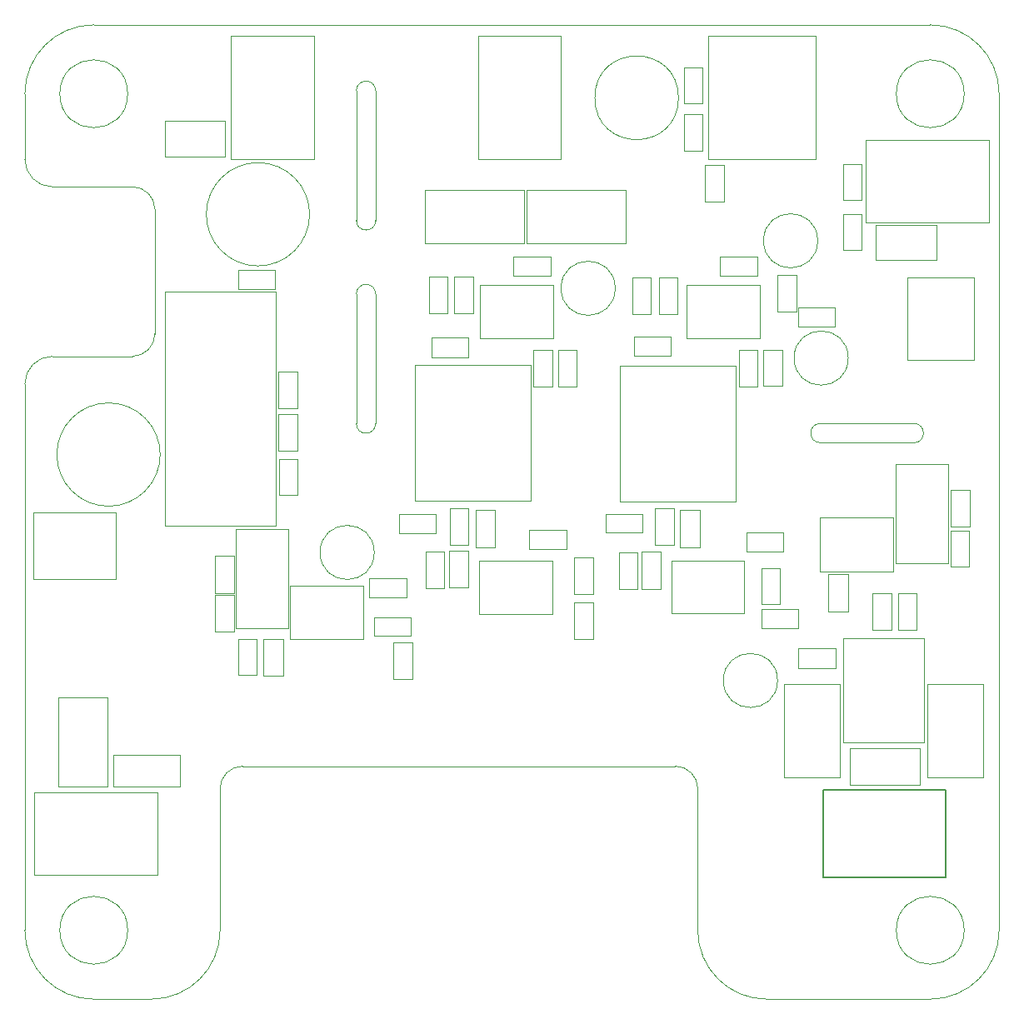
<source format=gbr>
G04 #@! TF.GenerationSoftware,KiCad,Pcbnew,7.0.7+dfsg-1*
G04 #@! TF.CreationDate,2024-09-28T12:18:31+02:00*
G04 #@! TF.ProjectId,evo-cube-sensor,65766f2d-6375-4626-952d-73656e736f72,rev?*
G04 #@! TF.SameCoordinates,Original*
G04 #@! TF.FileFunction,Other,User*
%FSLAX46Y46*%
G04 Gerber Fmt 4.6, Leading zero omitted, Abs format (unit mm)*
G04 Created by KiCad (PCBNEW 7.0.7+dfsg-1) date 2024-09-28 12:18:31*
%MOMM*%
%LPD*%
G01*
G04 APERTURE LIST*
%ADD10C,0.050000*%
%ADD11C,0.152400*%
%ADD12C,0.100000*%
G04 #@! TA.AperFunction,Profile*
%ADD13C,0.100000*%
G04 #@! TD*
G04 APERTURE END LIST*
D10*
X99351875Y-86982675D02*
X99351875Y-92382675D01*
X99351875Y-92382675D02*
X106751875Y-92382675D01*
X106751875Y-86982675D02*
X99351875Y-86982675D01*
X106751875Y-92382675D02*
X106751875Y-86982675D01*
X47877400Y-45945200D02*
X54027400Y-45945200D01*
X54027400Y-45945200D02*
X54027400Y-42345200D01*
X47877400Y-42345200D02*
X47877400Y-45945200D01*
X54027400Y-42345200D02*
X47877400Y-42345200D01*
X117286600Y-88413100D02*
X117286600Y-92173100D01*
X115326600Y-88413100D02*
X117286600Y-88413100D01*
X117286600Y-92173100D02*
X115326600Y-92173100D01*
X115326600Y-92173100D02*
X115326600Y-88413100D01*
X113984200Y-46183200D02*
X113984200Y-33683200D01*
X113984200Y-33683200D02*
X103084200Y-33683200D01*
X103084200Y-46183200D02*
X113984200Y-46183200D01*
X103084200Y-33683200D02*
X103084200Y-46183200D01*
X98110000Y-61946400D02*
X98110000Y-58246400D01*
X100010000Y-61946400D02*
X98110000Y-61946400D01*
X98110000Y-58246400D02*
X100010000Y-58246400D01*
X100010000Y-58246400D02*
X100010000Y-61946400D01*
X108077400Y-58053800D02*
X104317400Y-58053800D01*
X108077400Y-56093800D02*
X108077400Y-58053800D01*
X104317400Y-58053800D02*
X104317400Y-56093800D01*
X104317400Y-56093800D02*
X108077400Y-56093800D01*
X100264400Y-85645300D02*
X100264400Y-81885300D01*
X102224400Y-85645300D02*
X100264400Y-85645300D01*
X100264400Y-81885300D02*
X102224400Y-81885300D01*
X102224400Y-81885300D02*
X102224400Y-85645300D01*
X95946000Y-86178600D02*
X95946000Y-89878600D01*
X94046000Y-86178600D02*
X95946000Y-86178600D01*
X95946000Y-89878600D02*
X94046000Y-89878600D01*
X94046000Y-89878600D02*
X94046000Y-86178600D01*
X117329400Y-66426400D02*
G75*
G03*
X117329400Y-66426400I-2750000J0D01*
G01*
X84907900Y-83906800D02*
X88667900Y-83906800D01*
X84907900Y-85866800D02*
X84907900Y-83906800D01*
X88667900Y-83906800D02*
X88667900Y-85866800D01*
X88667900Y-85866800D02*
X84907900Y-85866800D01*
X104713600Y-46786400D02*
X104713600Y-50546400D01*
X102753600Y-46786400D02*
X104713600Y-46786400D01*
X104713600Y-50546400D02*
X102753600Y-50546400D01*
X102753600Y-50546400D02*
X102753600Y-46786400D01*
X110149600Y-61717800D02*
X110149600Y-58017800D01*
X112049600Y-61717800D02*
X110149600Y-61717800D01*
X110149600Y-58017800D02*
X112049600Y-58017800D01*
X112049600Y-58017800D02*
X112049600Y-61717800D01*
X72868400Y-94650600D02*
X69168400Y-94650600D01*
X72868400Y-92750600D02*
X72868400Y-94650600D01*
X69168400Y-94650600D02*
X69168400Y-92750600D01*
X69168400Y-92750600D02*
X72868400Y-92750600D01*
X115962800Y-63205400D02*
X112262800Y-63205400D01*
X115962800Y-61305400D02*
X115962800Y-63205400D01*
X112262800Y-63205400D02*
X112262800Y-61305400D01*
X112262800Y-61305400D02*
X115962800Y-61305400D01*
X73297200Y-80966400D02*
X73297200Y-67166400D01*
X85097200Y-80966400D02*
X73297200Y-80966400D01*
X73297200Y-67166400D02*
X85097200Y-67166400D01*
X85097200Y-67166400D02*
X85097200Y-80966400D01*
X100913800Y-58996600D02*
X100913800Y-64396600D01*
X100913800Y-64396600D02*
X108313800Y-64396600D01*
X108313800Y-58996600D02*
X100913800Y-58996600D01*
X108313800Y-64396600D02*
X108313800Y-58996600D01*
X124606400Y-109800000D02*
X124606400Y-106100000D01*
X124606400Y-106100000D02*
X117506400Y-106100000D01*
X117506400Y-109800000D02*
X124606400Y-109800000D01*
X117506400Y-106100000D02*
X117506400Y-109800000D01*
X119114200Y-52663200D02*
X131614200Y-52663200D01*
X131614200Y-52663200D02*
X131614200Y-44263200D01*
X119114200Y-44263200D02*
X119114200Y-52663200D01*
X131614200Y-44263200D02*
X119114200Y-44263200D01*
X87823000Y-69287000D02*
X87823000Y-65587000D01*
X89723000Y-69287000D02*
X87823000Y-69287000D01*
X87823000Y-65587000D02*
X89723000Y-65587000D01*
X89723000Y-65587000D02*
X89723000Y-69287000D01*
X74279600Y-49344600D02*
X74279600Y-54744600D01*
X74279600Y-54744600D02*
X84379600Y-54744600D01*
X84379600Y-49344600D02*
X74279600Y-49344600D01*
X84379600Y-54744600D02*
X84379600Y-49344600D01*
X91399400Y-91259800D02*
X91399400Y-94959800D01*
X89499400Y-91259800D02*
X91399400Y-91259800D01*
X91399400Y-94959800D02*
X89499400Y-94959800D01*
X89499400Y-94959800D02*
X89499400Y-91259800D01*
X114224688Y-54508400D02*
G75*
G03*
X114224688Y-54508400I-2750000J0D01*
G01*
D11*
X114771800Y-110324900D02*
X114771800Y-119189500D01*
X114771800Y-119189500D02*
X127268600Y-119189500D01*
X127268600Y-110324900D02*
X114771800Y-110324900D01*
X127268600Y-119189500D02*
X127268600Y-110324900D01*
D10*
X97292200Y-58246400D02*
X97292200Y-61946400D01*
X95392200Y-58246400D02*
X97292200Y-58246400D01*
X97292200Y-61946400D02*
X95392200Y-61946400D01*
X95392200Y-61946400D02*
X95392200Y-58246400D01*
X59421200Y-71530700D02*
X59421200Y-67770700D01*
X61381200Y-71530700D02*
X59421200Y-71530700D01*
X59421200Y-67770700D02*
X61381200Y-67770700D01*
X61381200Y-67770700D02*
X61381200Y-71530700D01*
X59451200Y-75849600D02*
X59451200Y-72149600D01*
X61351200Y-75849600D02*
X59451200Y-75849600D01*
X59451200Y-72149600D02*
X61351200Y-72149600D01*
X61351200Y-72149600D02*
X61351200Y-75849600D01*
X55315350Y-98658800D02*
X55315350Y-94958800D01*
X57215350Y-98658800D02*
X55315350Y-98658800D01*
X55315350Y-94958800D02*
X57215350Y-94958800D01*
X57215350Y-94958800D02*
X57215350Y-98658800D01*
X91399400Y-86678400D02*
X91399400Y-90378400D01*
X89499400Y-86678400D02*
X91399400Y-86678400D01*
X91399400Y-90378400D02*
X89499400Y-90378400D01*
X89499400Y-90378400D02*
X89499400Y-86678400D01*
X60459600Y-83789200D02*
X55059600Y-83789200D01*
X55059600Y-83789200D02*
X55059600Y-93889200D01*
X60459600Y-93889200D02*
X60459600Y-83789200D01*
X55059600Y-93889200D02*
X60459600Y-93889200D01*
X42098600Y-100945800D02*
X37098600Y-100945800D01*
X37098600Y-100945800D02*
X37098600Y-109975800D01*
X42098600Y-109975800D02*
X42098600Y-100945800D01*
X37098600Y-109975800D02*
X42098600Y-109975800D01*
X112271500Y-95946400D02*
X116031500Y-95946400D01*
X112271500Y-97906400D02*
X112271500Y-95946400D01*
X116031500Y-95946400D02*
X116031500Y-97906400D01*
X116031500Y-97906400D02*
X112271500Y-97906400D01*
X42686817Y-106781800D02*
X42686817Y-109981800D01*
X42686817Y-109981800D02*
X49446817Y-109981800D01*
X49446817Y-106781800D02*
X42686817Y-106781800D01*
X49446817Y-109981800D02*
X49446817Y-106781800D01*
X123362600Y-66638600D02*
X130112600Y-66638600D01*
X130112600Y-66638600D02*
X130112600Y-58238600D01*
X123362600Y-58238600D02*
X123362600Y-66638600D01*
X130112600Y-58238600D02*
X123362600Y-58238600D01*
X100081600Y-39979600D02*
G75*
G03*
X100081600Y-39979600I-4250000J0D01*
G01*
X129605900Y-83932750D02*
X129605900Y-87632750D01*
X127705900Y-83932750D02*
X129605900Y-83932750D01*
X129605900Y-87632750D02*
X127705900Y-87632750D01*
X127705900Y-87632750D02*
X127705900Y-83932750D01*
X85359200Y-69287000D02*
X85359200Y-65587000D01*
X87259200Y-69287000D02*
X85359200Y-69287000D01*
X85359200Y-65587000D02*
X87259200Y-65587000D01*
X87259200Y-65587000D02*
X87259200Y-69287000D01*
X108506400Y-91953800D02*
X112206400Y-91953800D01*
X108506400Y-93853800D02*
X108506400Y-91953800D01*
X112206400Y-91953800D02*
X112206400Y-93853800D01*
X112206400Y-93853800D02*
X108506400Y-93853800D01*
X76642000Y-58170200D02*
X76642000Y-61870200D01*
X74742000Y-58170200D02*
X76642000Y-58170200D01*
X76642000Y-61870200D02*
X74742000Y-61870200D01*
X74742000Y-61870200D02*
X74742000Y-58170200D01*
X116779000Y-50389400D02*
X116779000Y-46689400D01*
X118679000Y-50389400D02*
X116779000Y-50389400D01*
X116779000Y-46689400D02*
X118679000Y-46689400D01*
X118679000Y-46689400D02*
X118679000Y-50389400D01*
X87071600Y-58053800D02*
X83311600Y-58053800D01*
X87071600Y-56093800D02*
X87071600Y-58053800D01*
X83311600Y-58053800D02*
X83311600Y-56093800D01*
X83311600Y-56093800D02*
X87071600Y-56093800D01*
X126290400Y-52886200D02*
X120140400Y-52886200D01*
X120140400Y-52886200D02*
X120140400Y-56486200D01*
X126290400Y-56486200D02*
X126290400Y-52886200D01*
X120140400Y-56486200D02*
X126290400Y-56486200D01*
X78750200Y-81700000D02*
X78750200Y-85400000D01*
X76850200Y-81700000D02*
X78750200Y-81700000D01*
X78750200Y-85400000D02*
X76850200Y-85400000D01*
X76850200Y-85400000D02*
X76850200Y-81700000D01*
X69171000Y-86176800D02*
G75*
G03*
X69171000Y-86176800I-2750000J0D01*
G01*
X59106200Y-59400000D02*
X55346200Y-59400000D01*
X59106200Y-57440000D02*
X59106200Y-59400000D01*
X55346200Y-59400000D02*
X55346200Y-57440000D01*
X55346200Y-57440000D02*
X59106200Y-57440000D01*
X78715000Y-66334200D02*
X74955000Y-66334200D01*
X78715000Y-64374200D02*
X78715000Y-66334200D01*
X74955000Y-66334200D02*
X74955000Y-64374200D01*
X74955000Y-64374200D02*
X78715000Y-64374200D01*
X99318300Y-66232600D02*
X95558300Y-66232600D01*
X99318300Y-64272600D02*
X99318300Y-66232600D01*
X95558300Y-66232600D02*
X95558300Y-64272600D01*
X95558300Y-64272600D02*
X99318300Y-64272600D01*
X102550000Y-41650800D02*
X102550000Y-45350800D01*
X100650000Y-41650800D02*
X102550000Y-41650800D01*
X102550000Y-45350800D02*
X100650000Y-45350800D01*
X100650000Y-45350800D02*
X100650000Y-41650800D01*
X129114200Y-124569200D02*
G75*
G03*
X129114200Y-124569200I-3450000J0D01*
G01*
X94099800Y-80991800D02*
X94099800Y-67191800D01*
X105899800Y-80991800D02*
X94099800Y-80991800D01*
X94099800Y-67191800D02*
X105899800Y-67191800D01*
X105899800Y-67191800D02*
X105899800Y-80991800D01*
X75424400Y-84211200D02*
X71724400Y-84211200D01*
X75424400Y-82311200D02*
X75424400Y-84211200D01*
X71724400Y-84211200D02*
X71724400Y-82311200D01*
X71724400Y-82311200D02*
X75424400Y-82311200D01*
D12*
X59140200Y-59702600D02*
X59140200Y-83502600D01*
X47940200Y-59702600D02*
X59140200Y-59702600D01*
X59140200Y-83502600D02*
X47940200Y-83502600D01*
X47940200Y-83502600D02*
X47940200Y-59702600D01*
D10*
X68677300Y-88809000D02*
X72437300Y-88809000D01*
X68677300Y-90769000D02*
X68677300Y-88809000D01*
X72437300Y-88809000D02*
X72437300Y-90769000D01*
X72437300Y-90769000D02*
X68677300Y-90769000D01*
X96352800Y-89887100D02*
X96352800Y-86127100D01*
X98312800Y-89887100D02*
X96352800Y-89887100D01*
X96352800Y-86127100D02*
X98312800Y-86127100D01*
X98312800Y-86127100D02*
X98312800Y-89887100D01*
X44114200Y-39569200D02*
G75*
G03*
X44114200Y-39569200I-3450000J0D01*
G01*
X79461800Y-85645300D02*
X79461800Y-81885300D01*
X81421800Y-85645300D02*
X79461800Y-85645300D01*
X79461800Y-81885300D02*
X81421800Y-81885300D01*
X81421800Y-81885300D02*
X81421800Y-85645300D01*
X110147113Y-99187000D02*
G75*
G03*
X110147113Y-99187000I-2750000J0D01*
G01*
X106238000Y-69287000D02*
X106238000Y-65587000D01*
X108138000Y-69287000D02*
X106238000Y-69287000D01*
X106238000Y-65587000D02*
X108138000Y-65587000D01*
X108138000Y-65587000D02*
X108138000Y-69287000D01*
X127520500Y-77182750D02*
X122120500Y-77182750D01*
X122120500Y-77182750D02*
X122120500Y-87282750D01*
X127520500Y-87282750D02*
X127520500Y-77182750D01*
X122120500Y-87282750D02*
X127520500Y-87282750D01*
X116839400Y-105488400D02*
X124989400Y-105488400D01*
X124989400Y-105488400D02*
X124989400Y-94938400D01*
X116839400Y-94938400D02*
X116839400Y-105488400D01*
X124989400Y-94938400D02*
X116839400Y-94938400D01*
X84652800Y-49370000D02*
X84652800Y-54770000D01*
X84652800Y-54770000D02*
X94752800Y-54770000D01*
X94752800Y-49370000D02*
X84652800Y-49370000D01*
X94752800Y-54770000D02*
X94752800Y-49370000D01*
X73009800Y-95314400D02*
X73009800Y-99014400D01*
X71109800Y-95314400D02*
X73009800Y-95314400D01*
X73009800Y-99014400D02*
X71109800Y-99014400D01*
X71109800Y-99014400D02*
X71109800Y-95314400D01*
X110779600Y-109032000D02*
X116499600Y-109032000D01*
X116499600Y-109032000D02*
X116499600Y-99532000D01*
X110779600Y-99532000D02*
X110779600Y-109032000D01*
X116499600Y-99532000D02*
X110779600Y-99532000D01*
X121757000Y-90318100D02*
X121757000Y-94078100D01*
X119797000Y-90318100D02*
X121757000Y-90318100D01*
X121757000Y-94078100D02*
X119797000Y-94078100D01*
X119797000Y-94078100D02*
X119797000Y-90318100D01*
X96388800Y-84160400D02*
X92688800Y-84160400D01*
X96388800Y-82260400D02*
X96388800Y-84160400D01*
X92688800Y-84160400D02*
X92688800Y-82260400D01*
X92688800Y-82260400D02*
X96388800Y-82260400D01*
X42929600Y-88879800D02*
X42929600Y-82129800D01*
X42929600Y-82129800D02*
X34529600Y-82129800D01*
X34529600Y-88879800D02*
X42929600Y-88879800D01*
X34529600Y-82129800D02*
X34529600Y-88879800D01*
X62597877Y-51816000D02*
G75*
G03*
X62597877Y-51816000I-5250000J0D01*
G01*
X77307400Y-61870200D02*
X77307400Y-58170200D01*
X79207400Y-61870200D02*
X77307400Y-61870200D01*
X77307400Y-58170200D02*
X79207400Y-58170200D01*
X79207400Y-58170200D02*
X79207400Y-61870200D01*
X79840600Y-87063600D02*
X79840600Y-92463600D01*
X79840600Y-92463600D02*
X87240600Y-92463600D01*
X87240600Y-87063600D02*
X79840600Y-87063600D01*
X87240600Y-92463600D02*
X87240600Y-87063600D01*
X93650688Y-59334400D02*
G75*
G03*
X93650688Y-59334400I-2750000J0D01*
G01*
X63016200Y-46183200D02*
X63016200Y-33683200D01*
X63016200Y-33683200D02*
X54616200Y-33683200D01*
X54616200Y-46183200D02*
X63016200Y-46183200D01*
X54616200Y-33683200D02*
X54616200Y-46183200D01*
X59476600Y-80370400D02*
X59476600Y-76670400D01*
X61376600Y-80370400D02*
X59476600Y-80370400D01*
X59476600Y-76670400D02*
X61376600Y-76670400D01*
X61376600Y-76670400D02*
X61376600Y-80370400D01*
X110740500Y-86095400D02*
X106980500Y-86095400D01*
X110740500Y-84135400D02*
X110740500Y-86095400D01*
X106980500Y-86095400D02*
X106980500Y-84135400D01*
X106980500Y-84135400D02*
X110740500Y-84135400D01*
X102524600Y-36868600D02*
X102524600Y-40568600D01*
X100624600Y-36868600D02*
X102524600Y-36868600D01*
X102524600Y-40568600D02*
X100624600Y-40568600D01*
X100624600Y-40568600D02*
X100624600Y-36868600D01*
X116779000Y-55460400D02*
X116779000Y-51760400D01*
X118679000Y-55460400D02*
X116779000Y-55460400D01*
X116779000Y-51760400D02*
X118679000Y-51760400D01*
X118679000Y-51760400D02*
X118679000Y-55460400D01*
X60631800Y-89521600D02*
X68081800Y-89521600D01*
X60631800Y-95021600D02*
X60631800Y-89521600D01*
X68081800Y-89521600D02*
X68081800Y-95021600D01*
X68081800Y-95021600D02*
X60631800Y-95021600D01*
X59886950Y-94966300D02*
X59886950Y-98726300D01*
X57926950Y-94966300D02*
X59886950Y-94966300D01*
X59886950Y-98726300D02*
X57926950Y-98726300D01*
X57926950Y-98726300D02*
X57926950Y-94966300D01*
X76261000Y-86075400D02*
X76261000Y-89775400D01*
X74361000Y-86075400D02*
X76261000Y-86075400D01*
X76261000Y-89775400D02*
X74361000Y-89775400D01*
X74361000Y-89775400D02*
X74361000Y-86075400D01*
X44114200Y-124569200D02*
G75*
G03*
X44114200Y-124569200I-3450000J0D01*
G01*
X122392400Y-94042600D02*
X122392400Y-90342600D01*
X124292400Y-94042600D02*
X122392400Y-94042600D01*
X122392400Y-90342600D02*
X124292400Y-90342600D01*
X124292400Y-90342600D02*
X124292400Y-94042600D01*
X108482600Y-91461200D02*
X108482600Y-87761200D01*
X110382600Y-91461200D02*
X108482600Y-91461200D01*
X108482600Y-87761200D02*
X110382600Y-87761200D01*
X110382600Y-87761200D02*
X110382600Y-91461200D01*
X99603600Y-81706600D02*
X99603600Y-85406600D01*
X97703600Y-81706600D02*
X99603600Y-81706600D01*
X99603600Y-85406600D02*
X97703600Y-85406600D01*
X97703600Y-85406600D02*
X97703600Y-81706600D01*
X47414000Y-76230723D02*
G75*
G03*
X47414000Y-76230723I-5250000J0D01*
G01*
X129114200Y-39569200D02*
G75*
G03*
X129114200Y-39569200I-3450000J0D01*
G01*
X76769400Y-89760100D02*
X76769400Y-86000100D01*
X78729400Y-89760100D02*
X76769400Y-89760100D01*
X76769400Y-86000100D02*
X78729400Y-86000100D01*
X78729400Y-86000100D02*
X78729400Y-89760100D01*
X125333800Y-109032000D02*
X131053800Y-109032000D01*
X131053800Y-109032000D02*
X131053800Y-99532000D01*
X125333800Y-99532000D02*
X125333800Y-109032000D01*
X131053800Y-99532000D02*
X125333800Y-99532000D01*
X54955000Y-86537400D02*
X54955000Y-90297400D01*
X52995000Y-86537400D02*
X54955000Y-86537400D01*
X54955000Y-90297400D02*
X52995000Y-90297400D01*
X52995000Y-90297400D02*
X52995000Y-86537400D01*
X79916800Y-58996600D02*
X79916800Y-64396600D01*
X79916800Y-64396600D02*
X87316800Y-64396600D01*
X87316800Y-58996600D02*
X79916800Y-58996600D01*
X87316800Y-64396600D02*
X87316800Y-58996600D01*
X129661300Y-79807850D02*
X129661300Y-83567850D01*
X127701300Y-79807850D02*
X129661300Y-79807850D01*
X129661300Y-83567850D02*
X127701300Y-83567850D01*
X127701300Y-83567850D02*
X127701300Y-79807850D01*
X88096200Y-46183200D02*
X88096200Y-33683200D01*
X88096200Y-33683200D02*
X79696200Y-33683200D01*
X79696200Y-46183200D02*
X88096200Y-46183200D01*
X79696200Y-33683200D02*
X79696200Y-46183200D01*
X121923700Y-88121850D02*
X114473700Y-88121850D01*
X121923700Y-82621850D02*
X121923700Y-88121850D01*
X114473700Y-88121850D02*
X114473700Y-82621850D01*
X114473700Y-82621850D02*
X121923700Y-82621850D01*
X47138200Y-110537200D02*
X34638200Y-110537200D01*
X34638200Y-110537200D02*
X34638200Y-118937200D01*
X47138200Y-118937200D02*
X47138200Y-110537200D01*
X34638200Y-118937200D02*
X47138200Y-118937200D01*
X54899600Y-90513800D02*
X54899600Y-94213800D01*
X52999600Y-90513800D02*
X54899600Y-90513800D01*
X54899600Y-94213800D02*
X52999600Y-94213800D01*
X52999600Y-94213800D02*
X52999600Y-90513800D01*
X108701800Y-69271000D02*
X108701800Y-65571000D01*
X110601800Y-69271000D02*
X108701800Y-69271000D01*
X108701800Y-65571000D02*
X110601800Y-65571000D01*
X110601800Y-65571000D02*
X110601800Y-69271000D01*
D13*
X114503200Y-73075800D02*
X124002800Y-73075800D01*
X125664200Y-131569200D02*
G75*
G03*
X132664200Y-124569200I0J7000000D01*
G01*
X46500453Y-131569203D02*
G75*
G03*
X53500453Y-124569200I-3J7000003D01*
G01*
X33670200Y-46233544D02*
X33664200Y-39569200D01*
X33664200Y-124569200D02*
G75*
G03*
X40664200Y-131569200I7000000J0D01*
G01*
X67348843Y-73089243D02*
G75*
G03*
X69303157Y-73089243I977157J0D01*
G01*
X55786453Y-107899153D02*
G75*
G03*
X53500453Y-110185200I47J-2286047D01*
G01*
X125664200Y-32569200D02*
X40664200Y-32569200D01*
X99756200Y-107899200D02*
X55786453Y-107899200D01*
X102042200Y-110185200D02*
G75*
G03*
X99756200Y-107899200I-2286000J0D01*
G01*
X46878200Y-51313544D02*
X46878200Y-63957200D01*
X53500453Y-110185200D02*
X53500453Y-124569200D01*
X46878156Y-51313544D02*
G75*
G03*
X44592200Y-49027544I-2285956J44D01*
G01*
X69303157Y-59918600D02*
G75*
G03*
X67348843Y-59918600I-977157J0D01*
G01*
X44592200Y-66243200D02*
X36464200Y-66243200D01*
X44592200Y-66243200D02*
G75*
G03*
X46878200Y-63957200I0J2286000D01*
G01*
X44592200Y-49027544D02*
X36464200Y-49027544D01*
X102042200Y-110185200D02*
X102042200Y-124569200D01*
X36464200Y-66243200D02*
G75*
G03*
X33670200Y-69037200I0J-2794000D01*
G01*
X114503200Y-73075886D02*
G75*
G03*
X114503200Y-75030114I0J-977114D01*
G01*
X109042200Y-131569200D02*
X125664200Y-131569200D01*
X124002800Y-75030114D02*
X114503200Y-75030114D01*
X67348843Y-73089243D02*
X67348843Y-59918600D01*
X67348843Y-52439043D02*
G75*
G03*
X69303157Y-52439043I977157J0D01*
G01*
X69303157Y-39268400D02*
X69303157Y-52439043D01*
X33670200Y-69037200D02*
X33670200Y-124569200D01*
X124002800Y-75030200D02*
G75*
G03*
X124002800Y-73075800I0J977200D01*
G01*
X40664200Y-32569200D02*
G75*
G03*
X33664200Y-39569200I0J-7000000D01*
G01*
X67348843Y-39268400D02*
X67348843Y-52439043D01*
X69303157Y-59918600D02*
X69303157Y-73089243D01*
X132664200Y-39569200D02*
G75*
G03*
X125664200Y-32569200I-7000000J0D01*
G01*
X33670156Y-46233544D02*
G75*
G03*
X36464200Y-49027544I2794044J44D01*
G01*
X69303157Y-39268400D02*
G75*
G03*
X67348843Y-39268400I-977157J0D01*
G01*
X40664200Y-131569200D02*
X46500453Y-131569200D01*
X102042200Y-124569200D02*
G75*
G03*
X109042200Y-131569200I7000000J0D01*
G01*
X132664200Y-124569200D02*
X132664200Y-39569200D01*
M02*

</source>
